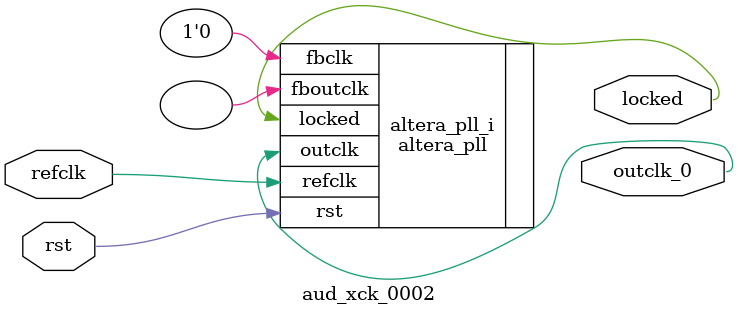
<source format=v>
`timescale 1ns/10ps
module  aud_xck_0002(

	// interface 'refclk'
	input wire refclk,

	// interface 'reset'
	input wire rst,

	// interface 'outclk0'
	output wire outclk_0,

	// interface 'locked'
	output wire locked
);

	altera_pll #(
		.fractional_vco_multiplier("true"),
		.reference_clock_frequency("50.0 MHz"),
		.operation_mode("direct"),
		.number_of_clocks(1),
		.output_clock_frequency0("18.432000 MHz"),
		.phase_shift0("0 ps"),
		.duty_cycle0(50),
		.output_clock_frequency1("0 MHz"),
		.phase_shift1("0 ps"),
		.duty_cycle1(50),
		.output_clock_frequency2("0 MHz"),
		.phase_shift2("0 ps"),
		.duty_cycle2(50),
		.output_clock_frequency3("0 MHz"),
		.phase_shift3("0 ps"),
		.duty_cycle3(50),
		.output_clock_frequency4("0 MHz"),
		.phase_shift4("0 ps"),
		.duty_cycle4(50),
		.output_clock_frequency5("0 MHz"),
		.phase_shift5("0 ps"),
		.duty_cycle5(50),
		.output_clock_frequency6("0 MHz"),
		.phase_shift6("0 ps"),
		.duty_cycle6(50),
		.output_clock_frequency7("0 MHz"),
		.phase_shift7("0 ps"),
		.duty_cycle7(50),
		.output_clock_frequency8("0 MHz"),
		.phase_shift8("0 ps"),
		.duty_cycle8(50),
		.output_clock_frequency9("0 MHz"),
		.phase_shift9("0 ps"),
		.duty_cycle9(50),
		.output_clock_frequency10("0 MHz"),
		.phase_shift10("0 ps"),
		.duty_cycle10(50),
		.output_clock_frequency11("0 MHz"),
		.phase_shift11("0 ps"),
		.duty_cycle11(50),
		.output_clock_frequency12("0 MHz"),
		.phase_shift12("0 ps"),
		.duty_cycle12(50),
		.output_clock_frequency13("0 MHz"),
		.phase_shift13("0 ps"),
		.duty_cycle13(50),
		.output_clock_frequency14("0 MHz"),
		.phase_shift14("0 ps"),
		.duty_cycle14(50),
		.output_clock_frequency15("0 MHz"),
		.phase_shift15("0 ps"),
		.duty_cycle15(50),
		.output_clock_frequency16("0 MHz"),
		.phase_shift16("0 ps"),
		.duty_cycle16(50),
		.output_clock_frequency17("0 MHz"),
		.phase_shift17("0 ps"),
		.duty_cycle17(50),
		.pll_type("General"),
		.pll_subtype("General")
	) altera_pll_i (
		.rst	(rst),
		.outclk	({outclk_0}),
		.locked	(locked),
		.fboutclk	( ),
		.fbclk	(1'b0),
		.refclk	(refclk)
	);
endmodule


</source>
